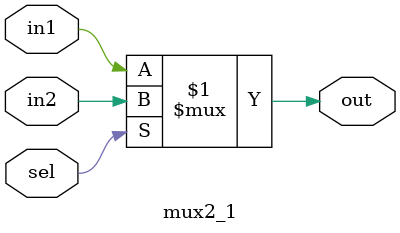
<source format=v>
`timescale 1ns / 1ps


module mux41_using21(
input [3:0]I,
input [1:0]sel,
output y
    );
    wire [1:0]w;
    mux2_1 m1 (w[0],I[0],I[1],sel[0]);
    mux2_1 m2 (w[1],I[2],I[3],sel[0]);
    mux2_1 m3 (y,w[0],w[1],sel[1]);
endmodule

module mux2_1 (out,in1,in2,sel);
input in1,in2,sel;
output out;
assign out=sel?in2:in1;
endmodule

</source>
